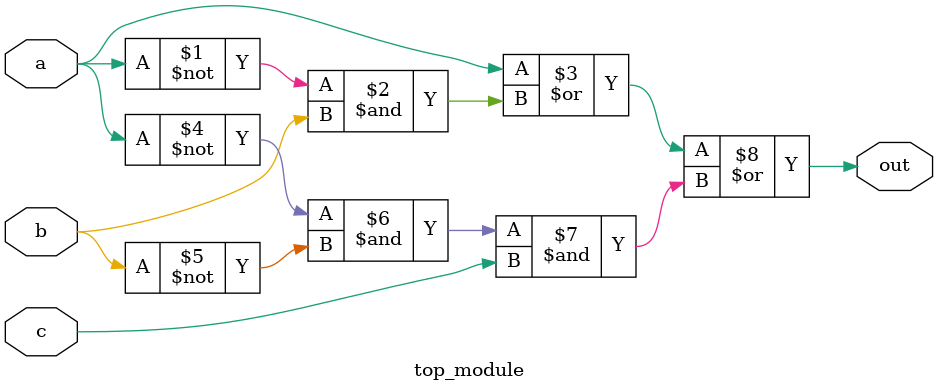
<source format=v>
module top_module(
    input a,b,c,
    output out
);
    assign out = a | ~a & b | ~a & ~b & c ;

    // sample answer
    // assign out = a | ~a & b | ~a & ~b & c ;
endmodule
</source>
